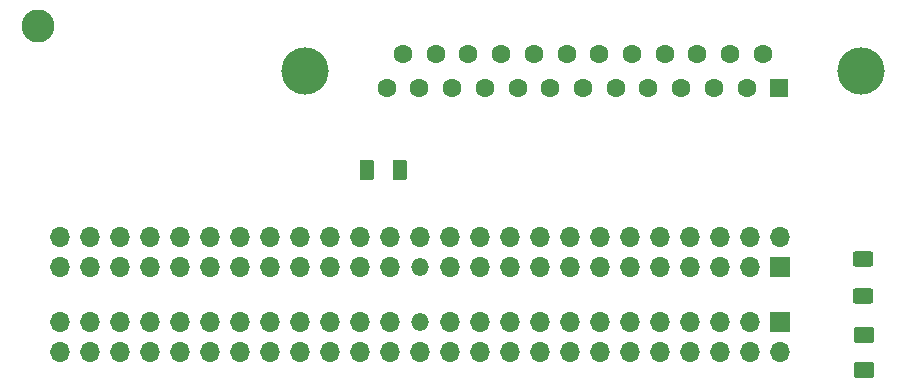
<source format=gts>
G04 #@! TF.GenerationSoftware,KiCad,Pcbnew,(7.0.0-0)*
G04 #@! TF.CreationDate,2023-03-19T23:12:45+09:00*
G04 #@! TF.ProjectId,SCSIRIDER2TANDEM1,53435349-5249-4444-9552-3254414e4445,rev?*
G04 #@! TF.SameCoordinates,Original*
G04 #@! TF.FileFunction,Soldermask,Top*
G04 #@! TF.FilePolarity,Negative*
%FSLAX46Y46*%
G04 Gerber Fmt 4.6, Leading zero omitted, Abs format (unit mm)*
G04 Created by KiCad (PCBNEW (7.0.0-0)) date 2023-03-19 23:12:45*
%MOMM*%
%LPD*%
G01*
G04 APERTURE LIST*
G04 Aperture macros list*
%AMRoundRect*
0 Rectangle with rounded corners*
0 $1 Rounding radius*
0 $2 $3 $4 $5 $6 $7 $8 $9 X,Y pos of 4 corners*
0 Add a 4 corners polygon primitive as box body*
4,1,4,$2,$3,$4,$5,$6,$7,$8,$9,$2,$3,0*
0 Add four circle primitives for the rounded corners*
1,1,$1+$1,$2,$3*
1,1,$1+$1,$4,$5*
1,1,$1+$1,$6,$7*
1,1,$1+$1,$8,$9*
0 Add four rect primitives between the rounded corners*
20,1,$1+$1,$2,$3,$4,$5,0*
20,1,$1+$1,$4,$5,$6,$7,0*
20,1,$1+$1,$6,$7,$8,$9,0*
20,1,$1+$1,$8,$9,$2,$3,0*%
G04 Aperture macros list end*
%ADD10RoundRect,0.250001X-0.624999X0.462499X-0.624999X-0.462499X0.624999X-0.462499X0.624999X0.462499X0*%
%ADD11RoundRect,0.250000X-0.375000X-0.625000X0.375000X-0.625000X0.375000X0.625000X-0.375000X0.625000X0*%
%ADD12O,1.700000X1.700000*%
%ADD13O,1.500000X1.500000*%
%ADD14R,1.700000X1.700000*%
%ADD15C,4.000000*%
%ADD16R,1.600000X1.600000*%
%ADD17C,1.600000*%
%ADD18C,2.800000*%
%ADD19RoundRect,0.250000X-0.625000X0.400000X-0.625000X-0.400000X0.625000X-0.400000X0.625000X0.400000X0*%
G04 APERTURE END LIST*
D10*
X177260003Y-131930003D03*
X177260003Y-134905003D03*
D11*
X135220003Y-117950003D03*
X138020003Y-117950003D03*
D12*
X109200002Y-133390002D03*
X109200002Y-130850002D03*
X111740002Y-133390002D03*
X111740002Y-130850002D03*
X114280002Y-133390002D03*
X114280002Y-130850002D03*
X116820002Y-133390002D03*
X116820002Y-130850002D03*
X119360002Y-133390002D03*
X119360002Y-130850002D03*
X121900002Y-133390002D03*
X121900002Y-130850002D03*
X124440002Y-133390002D03*
X124440002Y-130850002D03*
X126980002Y-133390002D03*
X126980002Y-130850002D03*
X129520002Y-133390002D03*
X129520002Y-130850002D03*
X132060002Y-133390002D03*
X132060002Y-130850002D03*
X134600002Y-133390002D03*
X134600002Y-130850002D03*
X137140002Y-133390002D03*
X137140002Y-130850002D03*
X139680002Y-133390002D03*
D13*
X139680002Y-130850002D03*
D12*
X142220002Y-133390002D03*
X142220002Y-130850002D03*
X144760002Y-133390002D03*
X144760002Y-130850002D03*
X147300002Y-133390002D03*
X147300002Y-130850002D03*
X149840002Y-133390002D03*
X149840002Y-130850002D03*
X152380002Y-133390002D03*
X152380002Y-130850002D03*
X154920002Y-133390002D03*
X154920002Y-130850002D03*
X157460002Y-133390002D03*
X157460002Y-130850002D03*
X160000002Y-133390002D03*
X160000002Y-130850002D03*
X162540002Y-133390002D03*
X162540002Y-130850002D03*
X165080002Y-133390002D03*
X165080002Y-130850002D03*
X167620002Y-133390002D03*
X167620002Y-130850002D03*
X170160002Y-133390002D03*
D14*
X170160002Y-130850002D03*
D15*
X177050000Y-109580000D03*
X129950000Y-109580000D03*
D16*
X170119999Y-110999999D03*
D17*
X167350000Y-111000000D03*
X164580000Y-111000000D03*
X161810000Y-111000000D03*
X159040000Y-111000000D03*
X156270000Y-111000000D03*
X153500000Y-111000000D03*
X150730000Y-111000000D03*
X147960000Y-111000000D03*
X145190000Y-111000000D03*
X142420000Y-111000000D03*
X139650000Y-111000000D03*
X136880000Y-111000000D03*
X168735000Y-108160000D03*
X165965000Y-108160000D03*
X163195000Y-108160000D03*
X160425000Y-108160000D03*
X157655000Y-108160000D03*
X154885000Y-108160000D03*
X152115000Y-108160000D03*
X149345000Y-108160000D03*
X146575000Y-108160000D03*
X143805000Y-108160000D03*
X141035000Y-108160000D03*
X138265000Y-108160000D03*
D18*
X107370003Y-105730003D03*
D19*
X177200003Y-125510003D03*
X177200003Y-128610003D03*
D14*
X170170002Y-126190002D03*
D12*
X170170002Y-123650002D03*
X167630002Y-126190002D03*
X167630002Y-123650002D03*
X165090002Y-126190002D03*
X165090002Y-123650002D03*
X162550002Y-126190002D03*
X162550002Y-123650002D03*
X160010002Y-126190002D03*
X160010002Y-123650002D03*
X157470002Y-126190002D03*
X157470002Y-123650002D03*
X154930002Y-126190002D03*
X154930002Y-123650002D03*
X152390002Y-126190002D03*
X152390002Y-123650002D03*
X149850002Y-126190002D03*
X149850002Y-123650002D03*
X147310002Y-126190002D03*
X147310002Y-123650002D03*
X144770002Y-126190002D03*
X144770002Y-123650002D03*
X142230002Y-126190002D03*
X142230002Y-123650002D03*
D13*
X139690002Y-126190002D03*
D12*
X139690002Y-123650002D03*
X137150002Y-126190002D03*
X137150002Y-123650002D03*
X134610002Y-126190002D03*
X134610002Y-123650002D03*
X132070002Y-126190002D03*
X132070002Y-123650002D03*
X129530002Y-126190002D03*
X129530002Y-123650002D03*
X126990002Y-126190002D03*
X126990002Y-123650002D03*
X124450002Y-126190002D03*
X124450002Y-123650002D03*
X121910002Y-126190002D03*
X121910002Y-123650002D03*
X119370002Y-126190002D03*
X119370002Y-123650002D03*
X116830002Y-126190002D03*
X116830002Y-123650002D03*
X114290002Y-126190002D03*
X114290002Y-123650002D03*
X111750002Y-126190002D03*
X111750002Y-123650002D03*
X109210002Y-126190002D03*
X109210002Y-123650002D03*
M02*

</source>
